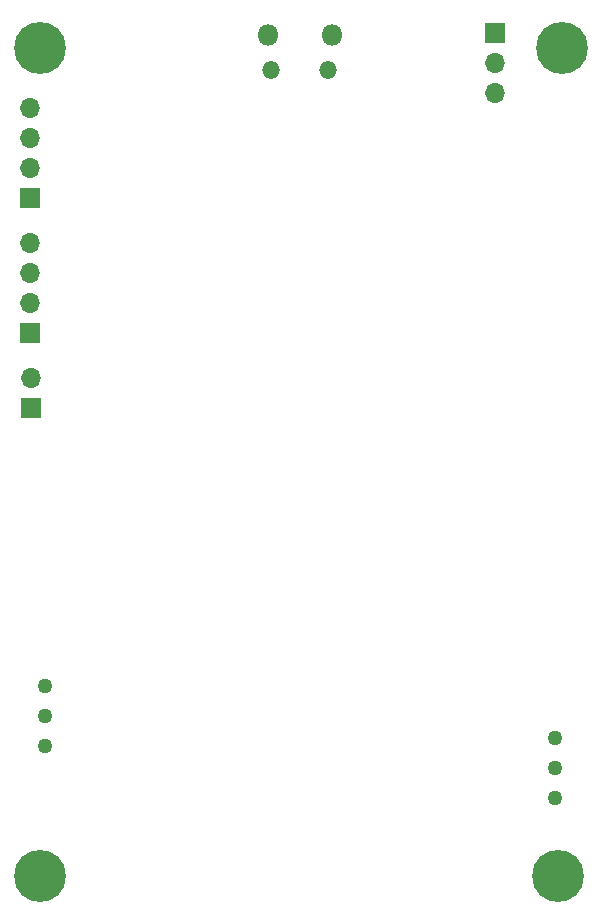
<source format=gbr>
%TF.GenerationSoftware,KiCad,Pcbnew,7.0.2-27-g7a50654f3b*%
%TF.CreationDate,2023-07-25T18:12:13-07:00*%
%TF.ProjectId,open_gamma_low_noise_v2,6f70656e-5f67-4616-9d6d-615f6c6f775f,rev?*%
%TF.SameCoordinates,Original*%
%TF.FileFunction,Soldermask,Bot*%
%TF.FilePolarity,Negative*%
%FSLAX46Y46*%
G04 Gerber Fmt 4.6, Leading zero omitted, Abs format (unit mm)*
G04 Created by KiCad (PCBNEW 7.0.2-27-g7a50654f3b) date 2023-07-25 18:12:13*
%MOMM*%
%LPD*%
G01*
G04 APERTURE LIST*
%ADD10R,1.700000X1.700000*%
%ADD11O,1.700000X1.700000*%
%ADD12C,0.700000*%
%ADD13C,4.400000*%
%ADD14C,1.269000*%
%ADD15O,1.800000X1.800000*%
%ADD16O,1.500000X1.500000*%
G04 APERTURE END LIST*
D10*
%TO.C,I2C1*%
X149860000Y-60960000D03*
D11*
X149860000Y-58420000D03*
X149860000Y-55880000D03*
X149860000Y-53340000D03*
%TD*%
D12*
%TO.C,H3*%
X149100000Y-118364000D03*
X149583274Y-117197274D03*
X149583274Y-119530726D03*
X150750000Y-116714000D03*
D13*
X150750000Y-118364000D03*
D12*
X150750000Y-120014000D03*
X151916726Y-117197274D03*
X151916726Y-119530726D03*
X152400000Y-118364000D03*
%TD*%
D14*
%TO.C,R8*%
X194310000Y-111760000D03*
X194310000Y-109220000D03*
X194310000Y-106680000D03*
%TD*%
D10*
%TO.C,UART1*%
X149975000Y-78740000D03*
D11*
X149975000Y-76200000D03*
%TD*%
D14*
%TO.C,R2*%
X151130000Y-107315000D03*
X151130000Y-104775000D03*
X151130000Y-102235000D03*
%TD*%
D12*
%TO.C,H4*%
X192914000Y-118364000D03*
X193397274Y-117197274D03*
X193397274Y-119530726D03*
X194564000Y-116714000D03*
D13*
X194564000Y-118364000D03*
D12*
X194564000Y-120014000D03*
X195730726Y-117197274D03*
X195730726Y-119530726D03*
X196214000Y-118364000D03*
%TD*%
%TO.C,H2*%
X193296000Y-48260000D03*
X193779274Y-47093274D03*
X193779274Y-49426726D03*
X194946000Y-46610000D03*
D13*
X194946000Y-48260000D03*
D12*
X194946000Y-49910000D03*
X196112726Y-47093274D03*
X196112726Y-49426726D03*
X196596000Y-48260000D03*
%TD*%
D15*
%TO.C,U3*%
X169995000Y-47120000D03*
D16*
X170295000Y-50150000D03*
X175145000Y-50150000D03*
D15*
X175445000Y-47120000D03*
%TD*%
D10*
%TO.C,J3*%
X189230000Y-46990000D03*
D11*
X189230000Y-49530000D03*
X189230000Y-52070000D03*
%TD*%
D12*
%TO.C,H1*%
X149100000Y-48260000D03*
X149583274Y-47093274D03*
X149583274Y-49426726D03*
X150750000Y-46610000D03*
D13*
X150750000Y-48260000D03*
D12*
X150750000Y-49910000D03*
X151916726Y-47093274D03*
X151916726Y-49426726D03*
X152400000Y-48260000D03*
%TD*%
D10*
%TO.C,SPI1*%
X149860000Y-72390000D03*
D11*
X149860000Y-69850000D03*
X149860000Y-67310000D03*
X149860000Y-64770000D03*
%TD*%
M02*

</source>
